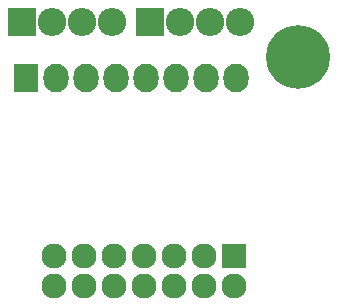
<source format=gbs>
G04 #@! TF.FileFunction,Soldermask,Bot*
%FSLAX46Y46*%
G04 Gerber Fmt 4.6, Leading zero omitted, Abs format (unit mm)*
G04 Created by KiCad (PCBNEW 4.0.1-stable) date 08.03.2016 20:40:15*
%MOMM*%
G01*
G04 APERTURE LIST*
%ADD10C,0.100000*%
%ADD11O,2.398980X2.398980*%
%ADD12R,2.398980X2.398980*%
%ADD13R,2.127200X2.432000*%
%ADD14O,2.127200X2.432000*%
%ADD15C,5.400000*%
%ADD16R,2.127200X2.127200*%
%ADD17O,2.127200X2.127200*%
G04 APERTURE END LIST*
D10*
D11*
X179510000Y-86150000D03*
D12*
X171890000Y-86150000D03*
D11*
X174430000Y-86150000D03*
X176970000Y-86150000D03*
X168660000Y-86150000D03*
D12*
X161040000Y-86150000D03*
D11*
X163580000Y-86150000D03*
X166120000Y-86150000D03*
D13*
X161400000Y-90950000D03*
D14*
X163940000Y-90950000D03*
X166480000Y-90950000D03*
X169020000Y-90950000D03*
X171560000Y-90950000D03*
X174100000Y-90950000D03*
X176640000Y-90950000D03*
X179180000Y-90950000D03*
D15*
X184370000Y-89100000D03*
D16*
X179000000Y-106000000D03*
D17*
X179000000Y-108540000D03*
X176460000Y-106000000D03*
X176460000Y-108540000D03*
X173920000Y-106000000D03*
X173920000Y-108540000D03*
X171380000Y-106000000D03*
X171380000Y-108540000D03*
X168840000Y-106000000D03*
X168840000Y-108540000D03*
X166300000Y-106000000D03*
X166300000Y-108540000D03*
X163760000Y-106000000D03*
X163760000Y-108540000D03*
M02*

</source>
